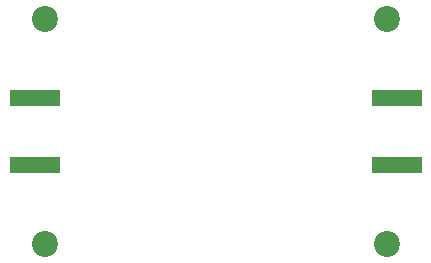
<source format=gbr>
%TF.GenerationSoftware,KiCad,Pcbnew,(6.0.1)*%
%TF.CreationDate,2022-02-12T11:42:24+00:00*%
%TF.ProjectId,LowPass_7mm,4c6f7750-6173-4735-9f37-6d6d2e6b6963,rev?*%
%TF.SameCoordinates,Original*%
%TF.FileFunction,Soldermask,Bot*%
%TF.FilePolarity,Negative*%
%FSLAX46Y46*%
G04 Gerber Fmt 4.6, Leading zero omitted, Abs format (unit mm)*
G04 Created by KiCad (PCBNEW (6.0.1)) date 2022-02-12 11:42:24*
%MOMM*%
%LPD*%
G01*
G04 APERTURE LIST*
%ADD10C,2.200000*%
%ADD11R,4.200000X1.350000*%
G04 APERTURE END LIST*
D10*
%TO.C,H3*%
X103000000Y-122000000D03*
%TD*%
%TO.C,H4*%
X132000000Y-122000000D03*
%TD*%
%TO.C,H2*%
X132000000Y-103000000D03*
%TD*%
D11*
%TO.C,J2*%
X132800000Y-109675000D03*
X132800000Y-115325000D03*
%TD*%
%TO.C,J1*%
X102200000Y-115325000D03*
X102200000Y-109675000D03*
%TD*%
D10*
%TO.C,H1*%
X103000000Y-103000000D03*
%TD*%
M02*

</source>
